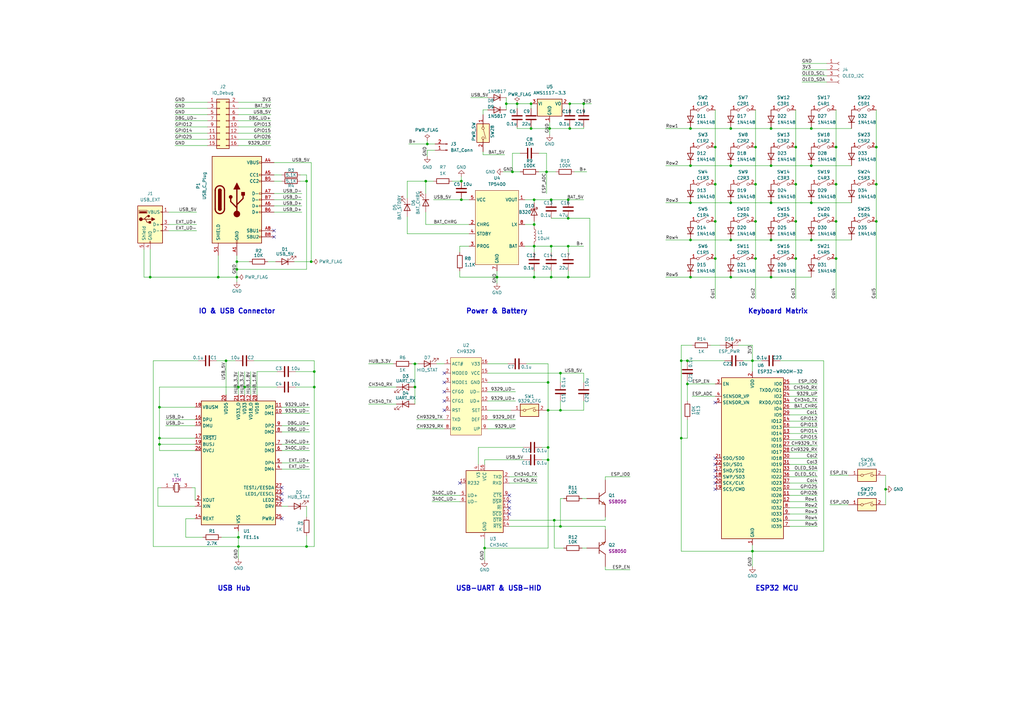
<source format=kicad_sch>
(kicad_sch (version 20211123) (generator eeschema)
  (paper "A3")
  (title_block (title "ESP32 Macro NumPad") (date "2022-04-03") (rev "Alpha 0.1") (company "Adamwuqwq"))
  (junction (at 308.61 226.06))
  (junction (at 97.79 158.75))
  (junction (at 227.33 213.36))
  (junction (at 224.79 183.515))
  (junction (at 293.37 75.565))
  (junction (at 299.72 52.705))
  (junction (at 170.18 149.225))
  (junction (at 128.905 158.75))
  (junction (at 309.88 90.805))
  (junction (at 363.22 200.66))
  (junction (at 217.805 42.545))
  (junction (at 233.68 42.545))
  (junction (at 224.79 168.275))
  (junction (at 189.23 81.915))
  (junction (at 217.805 52.705))
  (junction (at 342.9 60.325))
  (junction (at 97.79 224.155))
  (junction (at 279.4 147.955))
  (junction (at 239.395 42.545))
  (junction (at 226.06 113.665))
  (junction (at 226.06 100.965))
  (junction (at 226.06 81.915))
  (junction (at 332.74 83.185))
  (junction (at 281.94 157.48))
  (junction (at 224.155 70.485))
  (junction (at 326.39 60.325))
  (junction (at 326.39 75.565))
  (junction (at 283.21 113.665))
  (junction (at 233.68 52.705))
  (junction (at 233.045 89.535))
  (junction (at 212.09 42.545))
  (junction (at 326.39 90.805))
  (junction (at 61.595 113.665))
  (junction (at 359.41 90.805))
  (junction (at 229.87 215.9))
  (junction (at 125.73 74.295))
  (junction (at 203.835 113.665))
  (junction (at 219.075 100.965))
  (junction (at 316.23 67.945))
  (junction (at 225.425 52.705))
  (junction (at 170.18 158.75))
  (junction (at 224.79 188.595))
  (junction (at 332.74 98.425))
  (junction (at 308.61 147.955))
  (junction (at 229.87 168.275))
  (junction (at 342.9 90.805))
  (junction (at 293.37 106.045))
  (junction (at 175.26 59.055))
  (junction (at 332.74 52.705))
  (junction (at 316.23 83.185))
  (junction (at 309.88 60.325))
  (junction (at 283.21 67.945))
  (junction (at 97.155 113.665))
  (junction (at 207.645 42.545))
  (junction (at 233.045 113.665))
  (junction (at 359.41 75.565))
  (junction (at 359.41 60.325))
  (junction (at 128.905 152.4))
  (junction (at 233.045 81.915))
  (junction (at 283.21 83.185))
  (junction (at 65.405 179.705))
  (junction (at 89.535 113.665))
  (junction (at 293.37 60.325))
  (junction (at 299.72 67.945))
  (junction (at 309.88 106.045))
  (junction (at 316.23 98.425))
  (junction (at 92.71 147.955))
  (junction (at 233.045 100.965))
  (junction (at 316.23 52.705))
  (junction (at 100.33 158.75))
  (junction (at 283.21 52.705))
  (junction (at 219.075 113.665))
  (junction (at 97.79 220.345))
  (junction (at 342.9 106.045))
  (junction (at 283.21 98.425))
  (junction (at 299.72 113.665))
  (junction (at 224.79 156.845))
  (junction (at 125.73 224.155))
  (junction (at 198.755 224.79))
  (junction (at 299.72 83.185))
  (junction (at 174.625 74.295))
  (junction (at 309.88 75.565))
  (junction (at 332.74 67.945))
  (junction (at 281.94 147.955))
  (junction (at 326.39 106.045))
  (junction (at 65.405 167.005))
  (junction (at 279.4 179.705))
  (junction (at 97.155 107.315))
  (junction (at 97.155 110.49))
  (junction (at 219.075 92.075))
  (junction (at 316.23 113.665))
  (junction (at 127.635 107.315))
  (junction (at 229.87 153.035))
  (junction (at 65.405 182.245))
  (junction (at 210.185 70.485))
  (junction (at 293.37 90.805))
  (junction (at 219.075 81.915))
  (junction (at 299.72 98.425))
  (junction (at 189.23 74.295))
  (junction (at 342.9 75.565))
  (no_connect (at 115.57 205.105))
  (no_connect (at 115.57 202.565))
  (no_connect (at 112.395 94.615))
  (no_connect (at 112.395 97.155))
  (no_connect (at 208.915 205.74))
  (no_connect (at 208.915 208.28))
  (no_connect (at 208.915 210.82))
  (no_connect (at 188.595 198.12))
  (no_connect (at 208.915 203.2))
  (no_connect (at 293.37 187.96))
  (no_connect (at 293.37 193.04))
  (no_connect (at 293.37 190.5))
  (no_connect (at 293.37 195.58))
  (no_connect (at 293.37 200.66))
  (no_connect (at 293.37 198.12))
  (no_connect (at 115.57 212.725))
  (no_connect (at 115.57 200.025))
  (no_connect (at 182.245 164.465))
  (no_connect (at 182.245 168.275))
  (no_connect (at 182.245 160.655))
  (no_connect (at 182.245 156.845))
  (no_connect (at 182.245 153.035))
  (no_connect (at 293.37 165.1))
  (wire (pts (xy 359.41 90.805) (xy 359.41 122.555)))
  (wire (pts (xy 233.045 81.915) (xy 239.395 81.915)))
  (wire (pts (xy 227.33 224.79) (xy 227.33 213.36)))
  (wire (pts (xy 281.94 147.955) (xy 281.94 148.59)))
  (wire (pts (xy 167.005 81.28) (xy 167.005 74.295)))
  (wire (pts (xy 198.755 224.79) (xy 224.79 224.79)))
  (wire (pts (xy 323.85 200.66) (xy 335.28 200.66)))
  (wire (pts (xy 248.285 195.58) (xy 258.445 195.58)))
  (wire (pts (xy 151.13 149.225) (xy 161.29 149.225)))
  (wire (pts (xy 97.79 49.53) (xy 111.125 49.53)))
  (wire (pts (xy 112.395 71.755) (xy 115.57 71.755)))
  (wire (pts (xy 65.405 179.705) (xy 80.01 179.705)))
  (wire (pts (xy 80.01 182.245) (xy 65.405 182.245)))
  (wire (pts (xy 97.79 217.805) (xy 97.79 220.345)))
  (wire (pts (xy 248.285 215.9) (xy 248.285 217.17)))
  (wire (pts (xy 226.06 113.665) (xy 219.075 113.665)))
  (wire (pts (xy 175.26 59.055) (xy 178.435 59.055)))
  (wire (pts (xy 67.945 172.085) (xy 80.01 172.085)))
  (wire (pts (xy 115.57 182.245) (xy 127 182.245)))
  (wire (pts (xy 207.645 40.005) (xy 207.645 42.545)))
  (wire (pts (xy 309.88 90.805) (xy 309.88 106.045)))
  (wire (pts (xy 328.93 31.115) (xy 339.09 31.115)))
  (wire (pts (xy 224.79 168.275) (xy 229.87 168.275)))
  (wire (pts (xy 123.19 74.295) (xy 125.73 74.295)))
  (wire (pts (xy 198.755 190.5) (xy 198.755 188.595)))
  (wire (pts (xy 212.09 52.07) (xy 212.09 52.705)))
  (wire (pts (xy 323.85 175.26) (xy 335.28 175.26)))
  (wire (pts (xy 198.12 62.23) (xy 198.12 63.5)))
  (wire (pts (xy 233.68 52.705) (xy 239.395 52.705)))
  (wire (pts (xy 65.405 167.005) (xy 80.01 167.005)))
  (wire (pts (xy 71.755 54.61) (xy 85.09 54.61)))
  (wire (pts (xy 299.72 83.185) (xy 316.23 83.185)))
  (wire (pts (xy 167.64 59.055) (xy 175.26 59.055)))
  (wire (pts (xy 308.61 141.605) (xy 308.61 147.955)))
  (wire (pts (xy 127.635 66.675) (xy 127.635 107.315)))
  (wire (pts (xy 167.005 88.9) (xy 167.005 95.885)))
  (wire (pts (xy 229.87 215.9) (xy 248.285 215.9)))
  (wire (pts (xy 97.79 152.4) (xy 97.79 158.75)))
  (wire (pts (xy 78.74 200.025) (xy 80.01 200.025)))
  (wire (pts (xy 248.285 233.68) (xy 248.285 232.41)))
  (wire (pts (xy 233.045 100.965) (xy 239.395 100.965)))
  (wire (pts (xy 198.12 45.085) (xy 200.025 45.085)))
  (wire (pts (xy 293.37 60.325) (xy 293.37 75.565)))
  (wire (pts (xy 326.39 75.565) (xy 326.39 90.805)))
  (wire (pts (xy 71.755 52.07) (xy 85.09 52.07)))
  (wire (pts (xy 220.98 62.865) (xy 224.155 62.865)))
  (wire (pts (xy 363.22 200.66) (xy 363.22 207.01)))
  (wire (pts (xy 323.85 160.02) (xy 335.28 160.02)))
  (wire (pts (xy 112.395 79.375) (xy 123.825 79.375)))
  (wire (pts (xy 323.85 198.12) (xy 335.28 198.12)))
  (wire (pts (xy 64.77 207.645) (xy 80.01 207.645)))
  (wire (pts (xy 326.39 106.045) (xy 326.39 122.555)))
  (wire (pts (xy 212.09 52.705) (xy 217.805 52.705)))
  (wire (pts (xy 231.14 224.79) (xy 227.33 224.79)))
  (wire (pts (xy 279.4 147.955) (xy 279.4 179.705)))
  (wire (pts (xy 97.79 46.99) (xy 111.125 46.99)))
  (wire (pts (xy 316.23 83.185) (xy 332.74 83.185)))
  (wire (pts (xy 115.57 189.865) (xy 127 189.865)))
  (wire (pts (xy 170.815 172.085) (xy 182.245 172.085)))
  (wire (pts (xy 235.585 70.485) (xy 240.665 70.485)))
  (wire (pts (xy 121.285 152.4) (xy 128.905 152.4)))
  (wire (pts (xy 293.37 75.565) (xy 293.37 90.805)))
  (wire (pts (xy 185.42 74.295) (xy 189.23 74.295)))
  (wire (pts (xy 239.395 168.275) (xy 239.395 164.465)))
  (wire (pts (xy 323.85 170.18) (xy 335.28 170.18)))
  (wire (pts (xy 200.025 172.085) (xy 211.455 172.085)))
  (wire (pts (xy 229.87 164.465) (xy 229.87 168.275)))
  (wire (pts (xy 273.05 52.705) (xy 283.21 52.705)))
  (wire (pts (xy 219.075 100.965) (xy 219.075 103.505)))
  (wire (pts (xy 309.88 106.045) (xy 309.88 122.555)))
  (wire (pts (xy 97.79 44.45) (xy 111.125 44.45)))
  (wire (pts (xy 125.73 110.49) (xy 97.155 110.49)))
  (wire (pts (xy 281.94 156.21) (xy 281.94 157.48)))
  (wire (pts (xy 92.71 147.955) (xy 96.52 147.955)))
  (wire (pts (xy 174.625 74.295) (xy 177.8 74.295)))
  (wire (pts (xy 283.21 83.185) (xy 299.72 83.185)))
  (wire (pts (xy 316.23 52.705) (xy 332.74 52.705)))
  (wire (pts (xy 226.06 89.535) (xy 233.045 89.535)))
  (wire (pts (xy 316.23 113.665) (xy 332.74 113.665)))
  (wire (pts (xy 342.9 45.085) (xy 342.9 60.325)))
  (wire (pts (xy 196.215 183.515) (xy 214.63 183.515)))
  (wire (pts (xy 198.755 224.79) (xy 198.755 229.87)))
  (wire (pts (xy 115.57 169.545) (xy 127 169.545)))
  (wire (pts (xy 71.755 44.45) (xy 85.09 44.45)))
  (wire (pts (xy 238.76 224.79) (xy 240.665 224.79)))
  (wire (pts (xy 115.57 192.405) (xy 127 192.405)))
  (wire (pts (xy 323.85 203.2) (xy 335.28 203.2)))
  (wire (pts (xy 198.12 46.99) (xy 198.12 45.085)))
  (wire (pts (xy 121.285 158.75) (xy 128.905 158.75)))
  (wire (pts (xy 323.85 193.04) (xy 335.28 193.04)))
  (wire (pts (xy 100.33 158.75) (xy 100.33 161.925)))
  (wire (pts (xy 175.26 61.595) (xy 175.26 64.135)))
  (wire (pts (xy 167.005 74.295) (xy 174.625 74.295)))
  (wire (pts (xy 112.395 86.995) (xy 123.825 86.995)))
  (wire (pts (xy 283.21 113.665) (xy 299.72 113.665)))
  (wire (pts (xy 224.155 70.485) (xy 227.965 70.485)))
  (wire (pts (xy 323.85 180.34) (xy 335.28 180.34)))
  (wire (pts (xy 71.755 49.53) (xy 85.09 49.53)))
  (wire (pts (xy 71.755 57.15) (xy 85.09 57.15)))
  (wire (pts (xy 128.905 147.955) (xy 128.905 152.4)))
  (wire (pts (xy 112.395 74.295) (xy 115.57 74.295)))
  (wire (pts (xy 224.155 70.485) (xy 224.155 79.375)))
  (wire (pts (xy 219.075 90.805) (xy 219.075 92.075)))
  (wire (pts (xy 203.835 113.665) (xy 219.075 113.665)))
  (wire (pts (xy 97.155 104.775) (xy 97.155 107.315)))
  (wire (pts (xy 104.14 147.955) (xy 128.905 147.955)))
  (wire (pts (xy 115.57 207.645) (xy 118.11 207.645)))
  (wire (pts (xy 279.4 147.955) (xy 281.94 147.955)))
  (wire (pts (xy 62.865 224.155) (xy 97.79 224.155)))
  (wire (pts (xy 323.85 167.64) (xy 335.28 167.64)))
  (wire (pts (xy 328.93 26.035) (xy 339.09 26.035)))
  (wire (pts (xy 219.075 100.965) (xy 226.06 100.965)))
  (wire (pts (xy 71.755 46.99) (xy 85.09 46.99)))
  (wire (pts (xy 326.39 60.325) (xy 326.39 75.565)))
  (wire (pts (xy 65.405 167.005) (xy 65.405 158.75)))
  (wire (pts (xy 326.39 90.805) (xy 326.39 106.045)))
  (wire (pts (xy 115.57 167.005) (xy 127 167.005)))
  (wire (pts (xy 273.05 98.425) (xy 283.21 98.425)))
  (wire (pts (xy 80.01 184.785) (xy 65.405 184.785)))
  (wire (pts (xy 323.85 213.36) (xy 335.28 213.36)))
  (wire (pts (xy 88.9 147.955) (xy 92.71 147.955)))
  (wire (pts (xy 208.915 215.9) (xy 229.87 215.9)))
  (wire (pts (xy 213.36 62.865) (xy 210.185 62.865)))
  (wire (pts (xy 219.075 92.075) (xy 219.075 92.71)))
  (wire (pts (xy 66.04 200.025) (xy 64.77 200.025)))
  (wire (pts (xy 323.85 165.1) (xy 335.28 165.1)))
  (wire (pts (xy 174.625 74.295) (xy 174.625 79.375)))
  (wire (pts (xy 323.85 195.58) (xy 335.28 195.58)))
  (wire (pts (xy 217.805 42.545) (xy 217.805 44.45)))
  (wire (pts (xy 233.68 42.545) (xy 239.395 42.545)))
  (wire (pts (xy 62.865 147.955) (xy 62.865 224.155)))
  (wire (pts (xy 340.36 207.01) (xy 347.98 207.01)))
  (wire (pts (xy 309.88 45.085) (xy 309.88 60.325)))
  (wire (pts (xy 102.235 107.315) (xy 97.155 107.315)))
  (wire (pts (xy 309.88 60.325) (xy 309.88 75.565)))
  (wire (pts (xy 229.87 168.275) (xy 239.395 168.275)))
  (wire (pts (xy 308.61 147.955) (xy 308.61 152.4)))
  (wire (pts (xy 308.61 147.955) (xy 312.42 147.955)))
  (wire (pts (xy 222.25 183.515) (xy 224.79 183.515)))
  (wire (pts (xy 89.535 113.665) (xy 97.155 113.665)))
  (wire (pts (xy 174.625 86.995) (xy 174.625 92.075)))
  (wire (pts (xy 112.395 84.455) (xy 123.825 84.455)))
  (wire (pts (xy 215.265 81.915) (xy 219.075 81.915)))
  (wire (pts (xy 90.805 220.345) (xy 97.79 220.345)))
  (wire (pts (xy 231.14 204.47) (xy 229.87 204.47)))
  (wire (pts (xy 210.185 70.485) (xy 213.36 70.485)))
  (wire (pts (xy 225.425 52.705) (xy 233.68 52.705)))
  (wire (pts (xy 198.12 63.5) (xy 207.01 63.5)))
  (wire (pts (xy 293.37 45.085) (xy 293.37 60.325)))
  (wire (pts (xy 212.09 42.545) (xy 217.805 42.545)))
  (wire (pts (xy 299.72 113.665) (xy 316.23 113.665)))
  (wire (pts (xy 76.2 212.725) (xy 76.2 220.345)))
  (wire (pts (xy 207.645 42.545) (xy 207.645 45.085)))
  (wire (pts (xy 233.045 42.545) (xy 233.68 42.545)))
  (wire (pts (xy 62.865 147.955) (xy 81.28 147.955)))
  (wire (pts (xy 308.61 147.955) (xy 304.8 147.955)))
  (wire (pts (xy 179.07 149.225) (xy 182.245 149.225)))
  (wire (pts (xy 69.215 86.995) (xy 80.645 86.995)))
  (wire (pts (xy 283.845 141.605) (xy 279.4 141.605)))
  (wire (pts (xy 193.04 40.005) (xy 200.025 40.005)))
  (wire (pts (xy 220.98 70.485) (xy 224.155 70.485)))
  (wire (pts (xy 342.9 60.325) (xy 342.9 75.565)))
  (wire (pts (xy 200.025 156.845) (xy 224.79 156.845)))
  (wire (pts (xy 299.72 52.705) (xy 316.23 52.705)))
  (wire (pts (xy 326.39 45.085) (xy 326.39 60.325)))
  (wire (pts (xy 174.625 92.075) (xy 192.405 92.075)))
  (wire (pts (xy 299.72 98.425) (xy 316.23 98.425)))
  (wire (pts (xy 65.405 158.75) (xy 97.79 158.75)))
  (wire (pts (xy 233.68 52.07) (xy 233.68 52.705)))
  (wire (pts (xy 248.285 212.09) (xy 248.285 213.36)))
  (wire (pts (xy 217.805 52.705) (xy 225.425 52.705)))
  (wire (pts (xy 115.57 177.165) (xy 127 177.165)))
  (wire (pts (xy 210.185 62.865) (xy 210.185 70.485)))
  (wire (pts (xy 233.045 113.665) (xy 233.045 111.125)))
  (wire (pts (xy 273.05 113.665) (xy 283.21 113.665)))
  (wire (pts (xy 279.4 226.06) (xy 308.61 226.06)))
  (wire (pts (xy 61.595 113.665) (xy 89.535 113.665)))
  (wire (pts (xy 309.88 75.565) (xy 309.88 90.805)))
  (wire (pts (xy 97.79 57.15) (xy 111.125 57.15)))
  (wire (pts (xy 293.37 106.045) (xy 293.37 122.555)))
  (wire (pts (xy 112.395 81.915) (xy 123.825 81.915)))
  (wire (pts (xy 219.075 81.915) (xy 219.075 83.185)))
  (wire (pts (xy 332.74 98.425) (xy 349.25 98.425)))
  (wire (pts (xy 279.4 141.605) (xy 279.4 147.955)))
  (wire (pts (xy 162.56 158.75) (xy 151.13 158.75)))
  (wire (pts (xy 323.85 187.96) (xy 335.28 187.96)))
  (wire (pts (xy 323.85 210.82) (xy 335.28 210.82)))
  (wire (pts (xy 332.74 67.945) (xy 349.25 67.945)))
  (wire (pts (xy 316.23 67.945) (xy 332.74 67.945)))
  (wire (pts (xy 177.165 205.74) (xy 188.595 205.74)))
  (wire (pts (xy 208.915 213.36) (xy 227.33 213.36)))
  (wire (pts (xy 308.61 226.06) (xy 308.61 232.41)))
  (wire (pts (xy 97.79 224.155) (xy 97.79 229.235)))
  (wire (pts (xy 128.905 158.75) (xy 128.905 224.155)))
  (wire (pts (xy 316.23 98.425) (xy 332.74 98.425)))
  (wire (pts (xy 207.645 42.545) (xy 212.09 42.545)))
  (wire (pts (xy 208.915 195.58) (xy 220.345 195.58)))
  (wire (pts (xy 323.85 208.28) (xy 335.28 208.28)))
  (wire (pts (xy 239.395 42.545) (xy 242.57 42.545)))
  (wire (pts (xy 65.405 182.245) (xy 65.405 179.705)))
  (wire (pts (xy 198.755 220.98) (xy 198.755 224.79)))
  (wire (pts (xy 64.77 200.025) (xy 64.77 207.645)))
  (wire (pts (xy 281.94 147.955) (xy 297.18 147.955)))
  (wire (pts (xy 226.06 103.505) (xy 226.06 100.965)))
  (wire (pts (xy 323.85 215.9) (xy 335.28 215.9)))
  (wire (pts (xy 97.79 41.91) (xy 111.125 41.91)))
  (wire (pts (xy 189.23 81.915) (xy 192.405 81.915)))
  (wire (pts (xy 168.91 149.225) (xy 170.18 149.225)))
  (wire (pts (xy 226.06 113.665) (xy 233.045 113.665)))
  (wire (pts (xy 273.05 67.945) (xy 283.21 67.945)))
  (wire (pts (xy 188.595 111.125) (xy 188.595 113.665)))
  (wire (pts (xy 102.87 152.4) (xy 102.87 161.925)))
  (wire (pts (xy 59.055 102.235) (xy 59.055 113.665)))
  (wire (pts (xy 320.04 147.955) (xy 337.82 147.955)))
  (wire (pts (xy 80.01 212.725) (xy 76.2 212.725)))
  (wire (pts (xy 359.41 45.085) (xy 359.41 60.325)))
  (wire (pts (xy 71.755 59.69) (xy 85.09 59.69)))
  (wire (pts (xy 219.075 100.33) (xy 219.075 100.965)))
  (wire (pts (xy 224.79 168.275) (xy 224.79 183.515)))
  (wire (pts (xy 162.56 165.735) (xy 151.13 165.735)))
  (wire (pts (xy 279.4 179.705) (xy 281.94 179.705)))
  (wire (pts (xy 120.65 107.315) (xy 127.635 107.315)))
  (wire (pts (xy 115.57 174.625) (xy 127 174.625)))
  (wire (pts (xy 69.215 94.615) (xy 80.645 94.615)))
  (wire (pts (xy 170.18 149.225) (xy 171.45 149.225)))
  (wire (pts (xy 97.79 54.61) (xy 111.125 54.61)))
  (wire (pts (xy 97.155 107.315) (xy 97.155 110.49)))
  (wire (pts (xy 299.72 67.945) (xy 316.23 67.945)))
  (wire (pts (xy 323.85 172.72) (xy 335.28 172.72)))
  (wire (pts (xy 281.94 172.085) (xy 281.94 179.705)))
  (wire (pts (xy 342.9 106.045) (xy 342.9 122.555)))
  (wire (pts (xy 170.815 175.895) (xy 182.245 175.895)))
  (wire (pts (xy 215.265 100.965) (xy 219.075 100.965)))
  (wire (pts (xy 283.845 162.56) (xy 293.37 162.56)))
  (wire (pts (xy 113.03 107.315) (xy 109.855 107.315)))
  (wire (pts (xy 215.265 92.075) (xy 219.075 92.075)))
  (wire (pts (xy 229.87 153.035) (xy 229.87 156.845)))
  (wire (pts (xy 97.155 115.57) (xy 97.155 113.665)))
  (wire (pts (xy 226.06 81.915) (xy 233.045 81.915)))
  (wire (pts (xy 61.595 102.235) (xy 61.595 113.665)))
  (wire (pts (xy 248.285 233.68) (xy 258.445 233.68)))
  (wire (pts (xy 188.595 113.665) (xy 203.835 113.665)))
  (wire (pts (xy 283.21 52.705) (xy 299.72 52.705)))
  (wire (pts (xy 200.025 153.035) (xy 229.87 153.035)))
  (wire (pts (xy 97.155 110.49) (xy 97.155 113.665)))
  (wire (pts (xy 112.395 66.675) (xy 127.635 66.675)))
  (wire (pts (xy 241.935 89.535) (xy 241.935 113.665)))
  (wire (pts (xy 302.895 141.605) (xy 308.61 141.605)))
  (wire (pts (xy 71.755 41.91) (xy 85.09 41.91)))
  (wire (pts (xy 332.74 52.705) (xy 349.25 52.705)))
  (wire (pts (xy 97.79 224.155) (xy 125.73 224.155)))
  (wire (pts (xy 224.79 188.595) (xy 224.79 224.79)))
  (wire (pts (xy 177.8 81.915) (xy 189.23 81.915)))
  (wire (pts (xy 226.06 100.965) (xy 233.045 100.965)))
  (wire (pts (xy 291.465 141.605) (xy 295.275 141.605)))
  (wire (pts (xy 200.025 164.465) (xy 211.455 164.465)))
  (wire (pts (xy 224.155 62.865) (xy 224.155 70.485)))
  (wire (pts (xy 233.045 100.965) (xy 233.045 103.505)))
  (wire (pts (xy 342.9 90.805) (xy 342.9 106.045)))
  (wire (pts (xy 323.85 190.5) (xy 335.28 190.5)))
  (wire (pts (xy 283.21 67.945) (xy 299.72 67.945)))
  (wire (pts (xy 226.06 111.125) (xy 226.06 113.665)))
  (wire (pts (xy 59.055 113.665) (xy 61.595 113.665)))
  (wire (pts (xy 219.075 81.915) (xy 226.06 81.915)))
  (wire (pts (xy 125.73 74.295) (xy 125.73 110.49)))
  (wire (pts (xy 123.19 71.755) (xy 125.73 71.755)))
  (wire (pts (xy 76.2 220.345) (xy 83.185 220.345)))
  (wire (pts (xy 279.4 179.705) (xy 279.4 226.06)))
  (wire (pts (xy 227.33 213.36) (xy 248.285 213.36)))
  (wire (pts (xy 229.87 153.035) (xy 239.395 153.035)))
  (wire (pts (xy 217.805 52.07) (xy 217.805 52.705)))
  (wire (pts (xy 203.835 113.665) (xy 203.835 116.205)))
  (wire (pts (xy 69.215 92.075) (xy 80.645 92.075)))
  (wire (pts (xy 332.74 83.185) (xy 349.25 83.185)))
  (wire (pts (xy 188.595 103.505) (xy 188.595 100.965)))
  (wire (pts (xy 188.595 100.965) (xy 192.405 100.965)))
  (wire (pts (xy 233.68 42.545) (xy 233.68 44.45)))
  (wire (pts (xy 219.075 111.125) (xy 219.075 113.665)))
  (wire (pts (xy 97.79 220.345) (xy 97.79 224.155)))
  (wire (pts (xy 175.26 57.785) (xy 175.26 59.055)))
  (wire (pts (xy 281.94 157.48) (xy 281.94 164.465)))
  (wire (pts (xy 65.405 179.705) (xy 65.405 167.005)))
  (wire (pts (xy 67.945 174.625) (xy 80.01 174.625)))
  (wire (pts (xy 323.85 157.48) (xy 335.28 157.48)))
  (wire (pts (xy 328.93 33.655) (xy 339.09 33.655)))
  (wire (pts (xy 175.26 61.595) (xy 178.435 61.595)))
  (wire (pts (xy 224.79 149.225) (xy 224.79 156.845)))
  (wire (pts (xy 177.165 203.2) (xy 188.595 203.2)))
  (wire (pts (xy 340.36 194.945) (xy 347.98 194.945)))
  (wire (pts (xy 308.61 223.52) (xy 308.61 226.06)))
  (wire (pts (xy 115.57 184.785) (xy 127 184.785)))
  (wire (pts (xy 239.395 42.545) (xy 239.395 44.45)))
  (wire (pts (xy 229.87 204.47) (xy 229.87 215.9)))
  (wire (pts (xy 97.79 59.69) (xy 111.125 59.69)))
  (wire (pts (xy 323.85 162.56) (xy 335.28 162.56)))
  (wire (pts (xy 170.18 149.225) (xy 170.18 158.75)))
  (wire (pts (xy 233.045 89.535) (xy 241.935 89.535)))
  (wire (pts (xy 80.01 200.025) (xy 80.01 205.105)))
  (wire (pts (xy 241.935 113.665) (xy 233.045 113.665)))
  (wire (pts (xy 100.33 158.75) (xy 113.665 158.75)))
  (wire (pts (xy 281.94 157.48) (xy 293.37 157.48)))
  (wire (pts (xy 225.425 50.165) (xy 225.425 52.705)))
  (wire (pts (xy 105.41 152.4) (xy 105.41 161.925)))
  (wire (pts (xy 100.33 152.4) (xy 100.33 158.75)))
  (wire (pts (xy 293.37 90.805) (xy 293.37 106.045)))
  (wire (pts (xy 238.76 204.47) (xy 240.665 204.47)))
  (wire (pts (xy 363.22 194.945) (xy 363.22 200.66)))
  (wire (pts (xy 212.09 42.545) (xy 212.09 44.45)))
  (wire (pts (xy 323.85 205.74) (xy 335.28 205.74)))
  (wire (pts (xy 328.93 28.575) (xy 339.09 28.575)))
  (wire (pts (xy 222.25 188.595) (xy 224.79 188.595)))
  (wire (pts (xy 248.285 195.58) (xy 248.285 196.85)))
  (wire (pts (xy 337.82 226.06) (xy 308.61 226.06)))
  (wire (pts (xy 359.41 75.565) (xy 359.41 90.805)))
  (wire (pts (xy 273.05 83.185) (xy 283.21 83.185)))
  (wire (pts (xy 97.79 52.07) (xy 111.125 52.07)))
  (wire (pts (xy 323.85 182.88) (xy 335.28 182.88)))
  (wire (pts (xy 125.73 207.645) (xy 125.73 212.09)))
  (wire (pts (xy 192.405 95.885) (xy 167.005 95.885)))
  (wire (pts (xy 200.025 160.655) (xy 211.455 160.655)))
  (wire (pts (xy 239.395 52.705) (xy 239.395 52.07)))
  (wire (pts (xy 283.21 98.425) (xy 299.72 98.425)))
  (wire (pts (xy 200.025 149.225) (xy 208.28 149.225)))
  (wire (pts (xy 323.85 185.42) (xy 335.28 185.42)))
  (wire (pts (xy 189.23 72.39) (xy 189.23 74.295)))
  (wire (pts (xy 239.395 153.035) (xy 239.395 156.845)))
  (wire (pts (xy 65.405 184.785) (xy 65.405 182.245)))
  (wire (pts (xy 97.79 158.75) (xy 97.79 161.925)))
  (wire (pts (xy 342.9 75.565) (xy 342.9 90.805)))
  (wire (pts (xy 208.915 198.12) (xy 220.345 198.12)))
  (wire (pts (xy 323.85 177.8) (xy 335.28 177.8)))
  (wire (pts (xy 200.025 175.895) (xy 211.455 175.895)))
  (wire (pts (xy 359.41 60.325) (xy 359.41 75.565)))
  (wire (pts (xy 105.41 152.4) (xy 113.665 152.4)))
  (wire (pts (xy 89.535 113.665) (xy 89.535 104.775)))
  (wire (pts (xy 225.425 52.705) (xy 225.425 55.245)))
  (wire (pts (xy 198.755 188.595) (xy 214.63 188.595)))
  (wire (pts (xy 125.73 224.155) (xy 128.905 224.155)))
  (wire (pts (xy 125.73 219.71) (xy 125.73 224.155)))
  (wire (pts (xy 200.025 168.275) (xy 209.55 168.275)))
  (wire (pts (xy 196.215 190.5) (xy 196.215 183.515)))
  (wire (pts (xy 128.905 152.4) (xy 128.905 158.75)))
  (wire (pts (xy 203.835 111.125) (xy 203.835 113.665)))
  (wire (pts (xy 224.79 183.515) (xy 224.79 188.595)))
  (wire (pts (xy 215.9 149.225) (xy 224.79 149.225)))
  (wire (pts (xy 224.79 156.845) (xy 224.79 168.275)))
  (wire (pts (xy 125.73 71.755) (xy 125.73 74.295)))
  (wire (pts (xy 206.375 70.485) (xy 210.185 70.485)))
  (wire (pts (xy 337.82 147.955) (xy 337.82 226.06)))
  (wire (pts (xy 92.71 147.955) (xy 92.71 161.925)))
  (wire (pts (xy 170.18 158.75) (xy 170.18 165.735)))
  (text "USB Hub" (at 102.87 242.57 180) (effects (font (size 2 2) bold) (justify right bottom)))
  (text "Keyboard Matrix" (at 331.47 128.905 180) (effects (font (size 2 2) bold) (justify right bottom)))
  (text "USB-UART & USB-HID" (at 222.25 242.57 180) (effects (font (size 2 2) bold) (justify right bottom)))
  (text "Power & Battery\n" (at 216.535 128.905 180) (effects (font (size 2 2) bold) (justify right bottom)))
  (text "IO & USB Connector" (at 113.03 128.905 180) (effects (font (size 2 2) bold) (justify right bottom)))
  (text "ESP32 MCU" (at 327.66 242.57 180) (effects (font (size 2 2) bold) (justify right bottom)))
  (label "Row5" (at 335.28 215.9 180))
  (label "OLED_SCL" (at 328.93 31.115 0))
  (label "CH340_RX" (at 151.13 158.75 0))
  (label "DBG_UD-" (at 127 177.165 180))
  (label "GPIO12" (at 335.28 172.72 180))
  (label "9329_UP" (at 335.28 162.56 180))
  (label "GPIO25" (at 71.755 57.15 0))
  (label "9329_UD+" (at 127 167.005 180))
  (label "GPIO14" (at 335.28 177.8 180))
  (label "GND" (at 71.755 46.99 0))
  (label "ESP_IO0" (at 340.36 207.01 0))
  (label "GPIO14" (at 71.755 54.61 0))
  (label "CH9329_TX" (at 170.815 172.085 0))
  (label "DBG_UD-" (at 71.755 49.53 0))
  (label "ESP_IO0" (at 258.445 195.58 180))
  (label "BAT_5V" (at 239.395 81.915 180))
  (label "DBG_UD+" (at 127 174.625 180))
  (label "9329_UD-" (at 127 169.545 180))
  (label "CH340_TX" (at 220.345 195.58 180))
  (label "EXT_UD+" (at 127 189.865 180))
  (label "GND" (at 206.375 70.485 0))
  (label "USB_D-" (at 67.945 174.625 0))
  (label "USB_5V" (at 92.71 148.59 270))
  (label "GND" (at 97.79 229.235 90))
  (label "ESP_IO0" (at 335.28 157.48 180))
  (label "GND" (at 97.155 112.395 90))
  (label "GPIO25" (at 335.28 200.66 180))
  (label "Row4" (at 273.05 98.425 0))
  (label "HUB_1.8V" (at 105.41 152.4 270))
  (label "GND" (at 328.93 26.035 0))
  (label "Col1" (at 335.28 170.18 180))
  (label "GND" (at 198.755 229.87 90))
  (label "340C_UD+" (at 127 182.245 180))
  (label "Col5" (at 359.41 122.555 90))
  (label "USB_5V" (at 80.645 86.995 180))
  (label "USB_5V" (at 127 66.675 180))
  (label "EXT_UD-" (at 80.645 94.615 180))
  (label "USB_5V" (at 177.8 81.915 0))
  (label "GND" (at 308.61 232.41 90))
  (label "BAT_5V" (at 111.125 44.45 180))
  (label "Col3" (at 326.39 122.555 90))
  (label "9329_DEF" (at 111.125 59.69 180))
  (label "CH9329_RX" (at 170.815 175.895 0))
  (label "Col4" (at 342.9 122.555 90))
  (label "CH340_RX" (at 335.28 160.02 180))
  (label "ESP_EN" (at 283.845 157.48 0))
  (label "GPIO15" (at 335.28 180.34 180))
  (label "HUB_1.8V" (at 102.87 152.4 270))
  (label "Col3" (at 335.28 190.5 180))
  (label "B+" (at 240.665 70.485 180))
  (label "ESP_ADC" (at 224.155 79.375 90))
  (label "BAT_5V" (at 207.01 63.5 180))
  (label "Col1" (at 293.37 122.555 90))
  (label "EXT_UD-" (at 127 192.405 180))
  (label "Row2" (at 273.05 67.945 0))
  (label "GPIO26" (at 111.125 57.15 180))
  (label "9329_UP" (at 211.455 175.895 180))
  (label "USB_5V" (at 238.76 153.035 180))
  (label "Row1" (at 273.05 52.705 0))
  (label "9329_DEF" (at 211.455 172.085 180))
  (label "CH9329_RX" (at 335.28 185.42 180))
  (label "9329_UD-" (at 211.455 160.655 180))
  (label "OLED_SCL" (at 335.28 195.58 180))
  (label "BAT_CHRG" (at 335.28 167.64 180))
  (label "9329_UD+" (at 211.455 164.465 180))
  (label "340C_UD-" (at 127 184.785 180))
  (label "3V3" (at 111.125 41.91 180))
  (label "USB_5V" (at 193.04 40.005 0))
  (label "Col2" (at 335.28 187.96 180))
  (label "CH9329_TX" (at 335.28 182.88 180))
  (label "HUB_3.3V" (at 151.13 149.225 0))
  (label "OLED_SDA" (at 335.28 193.04 180))
  (label "GPIO26" (at 335.28 203.2 180))
  (label "CH340_RX" (at 220.345 198.12 180))
  (label "DBG_UD+" (at 111.125 49.53 180))
  (label "Row2" (at 335.28 208.28 180))
  (label "USB_D-" (at 123.825 79.375 180))
  (label "USB_D+" (at 67.945 172.085 0))
  (label "Col4" (at 335.28 198.12 180))
  (label "GND" (at 225.425 54.61 90))
  (label "GND" (at 71.755 59.69 0))
  (label "ESP_EN" (at 340.36 194.945 0))
  (label "B+" (at 167.64 59.055 0))
  (label "Row4" (at 335.28 213.36 180))
  (label "Col2" (at 309.88 122.555 90))
  (label "3V3" (at 328.93 28.575 0))
  (label "HUB_3.3V" (at 97.79 152.4 270))
  (label "USB_D+" (at 123.825 84.455 180))
  (label "B+" (at 239.395 100.965 180))
  (label "GND" (at 203.835 116.205 90))
  (label "USB_5V" (at 111.125 46.99 180))
  (label "Row3" (at 273.05 83.185 0))
  (label "340C_UD+" (at 177.165 203.2 0))
  (label "GPIO15" (at 111.125 54.61 180))
  (label "GND" (at 71.755 41.91 0))
  (label "BAT_CHRG" (at 177.8 92.075 0))
  (label "GPIO13" (at 335.28 175.26 180))
  (label "3V3" (at 308.61 141.605 270))
  (label "ESP_ADC" (at 283.845 162.56 0))
  (label "USB_D-" (at 123.825 81.915 180))
  (label "GPIO12" (at 71.755 52.07 0))
  (label "3V3" (at 242.57 42.545 180))
  (label "Row5" (at 273.05 113.665 0))
  (label "EXT_UD+" (at 80.645 92.075 180))
  (label "Row1" (at 335.28 205.74 180))
  (label "USB_D+" (at 123.825 86.995 180))
  (label "OLED_SDA" (at 328.93 33.655 0))
  (label "340C_UD-" (at 177.165 205.74 0))
  (label "GND" (at 175.26 64.135 90))
  (label "Row3" (at 335.28 210.82 180))
  (label "ESP_EN" (at 258.445 233.68 180))
  (label "HUB_3.3V" (at 100.33 152.4 270))
  (label "CH340_TX" (at 151.13 165.735 0))
  (label "CH340_TX" (at 335.28 165.1 180))
  (label "GND" (at 71.755 44.45 0))
  (label "USB_5V" (at 214.63 188.595 180))
  (label "GPIO13" (at 111.125 52.07 180))
  (symbol (lib_id "power:PWR_FLAG") (at 127.635 107.315 270) (unit 1)
    (property "Reference" "#FLG02" (effects hide))
    (property "Value" "PWR_FLAG" (at 130.81 107.3149 90) (effects (justify left)))
  )
  (symbol (lib_id "Device:D") (at 349.25 79.375 90) (unit 1)
    (property "Reference" "D34" (at 351.79 78.1049 90) (effects (justify right)))
    (property "Value" "1N4148" (at 351.79 80.6449 90) (effects (justify right)))
    (property "Footprint" "Diode_SMD:D_SOD-123" (effects hide))
  )
  (symbol (lib_id "Device:D") (at 283.21 48.895 90) (unit 1)
    (property "Reference" "D11" (at 285.75 47.6249 90) (effects (justify right)))
    (property "Value" "1N4148" (at 285.75 50.1649 90) (effects (justify right)))
    (property "Footprint" "Diode_SMD:D_SOD-123" (effects hide))
  )
  (symbol (lib_id "Device:R") (at 119.38 71.755 90) (unit 1)
    (property "Reference" "R3" (at 119.38 69.85 90))
    (property "Value" "5.1K" (at 119.38 71.755 90))
    (property "Footprint" "Resistor_SMD:R_0805_2012Metric" (effects hide))
  )
  (symbol (lib_id "Switch:SW_SPST") (at 321.31 60.325 0) (unit 1)
    (property "Reference" "SW13" (at 321.31 55.245 0))
    (property "Value" "C3R2" (at 321.31 57.785 0))
    (property "Footprint" "Button_Switch_Keyboard:SW_Cherry_MX_1.00u_PCB" (effects hide))
  )
  (symbol (lib_id "Device:D") (at 283.21 94.615 90) (unit 1)
    (property "Reference" "D14" (at 285.75 93.3449 90) (effects (justify right)))
    (property "Value" "1N4148" (at 285.75 95.8849 90) (effects (justify right)))
    (property "Footprint" "Diode_SMD:D_SOD-123" (effects hide))
  )
  (symbol (lib_id "Connector:Conn_01x02_Male") (at 183.515 61.595 180) (unit 1)
    (property "Reference" "J3" (at 184.785 59.0549 0) (effects (justify right)))
    (property "Value" "BAT_Conn" (at 184.785 61.5949 0) (effects (justify right)))
    (property "Footprint" "Connector_PinHeader_2.00mm:PinHeader_2x01_P2.00mm_Vertical_SMD" (effects hide))
  )
  (symbol (lib_id "Device:C") (at 226.06 85.725 0) (unit 1)
    (property "Reference" "C13" (at 222.885 83.185 0) (effects (justify left)))
    (property "Value" "0.1u" (at 221.615 88.265 0) (effects (justify left)))
    (property "Footprint" "Capacitor_SMD:C_0805_2012Metric" (effects hide))
  )
  (symbol (lib_id "Device:D") (at 316.23 109.855 90) (unit 1)
    (property "Reference" "D26" (at 318.77 108.5849 90) (effects (justify right)))
    (property "Value" "1N4148" (at 318.77 111.1249 90) (effects (justify right)))
    (property "Footprint" "Diode_SMD:D_SOD-123" (effects hide))
  )
  (symbol (lib_id "Device:R") (at 86.995 220.345 90) (unit 1)
    (property "Reference" "R1" (at 86.995 217.805 90))
    (property "Value" "2.7K" (at 86.995 222.885 90))
    (property "Footprint" "Resistor_SMD:R_0805_2012Metric" (effects hide))
  )
  (symbol (lib_id "Device:D") (at 349.25 94.615 90) (unit 1)
    (property "Reference" "D35" (at 351.79 93.345 90) (effects (justify right)))
    (property "Value" "1N4148" (at 351.79 95.885 90) (effects (justify right)))
    (property "Footprint" "Diode_SMD:D_SOD-123" (effects hide))
  )
  (symbol (lib_id "Device:C") (at 100.33 147.955 270) (unit 1)
    (property "Reference" "C2" (at 102.87 146.685 90))
    (property "Value" "10u" (at 96.52 146.685 90))
    (property "Footprint" "Capacitor_SMD:C_0805_2012Metric" (effects hide))
  )
  (symbol (lib_id "Device:LED") (at 166.37 165.735 0) (unit 1)
    (property "Reference" "D4" (at 166.37 161.29 0))
    (property "Value" "UART_RX" (at 166.37 163.195 0))
    (property "Footprint" "LED_SMD:LED_0805_2012Metric" (effects hide))
  )
  (symbol (lib_id "Switch:SW_SPST") (at 337.82 45.085 0) (unit 1)
    (property "Reference" "SW17" (at 337.82 40.005 0))
    (property "Value" "C4R1" (at 337.82 42.545 0))
    (property "Footprint" "Button_Switch_Keyboard:SW_Cherry_MX_1.00u_PCB" (effects hide))
  )
  (symbol (lib_id "power:GND") (at 198.755 229.87 0) (unit 1)
    (property "Reference" "#PWR05" (effects hide))
    (property "Value" "GND" (at 198.755 233.68 0))
  )
  (symbol (lib_id "Device:D") (at 299.72 64.135 90) (unit 1)
    (property "Reference" "D18" (at 302.26 62.8649 90) (effects (justify right)))
    (property "Value" "1N4148" (at 302.26 65.4049 90) (effects (justify right)))
    (property "Footprint" "Diode_SMD:D_SOD-123" (effects hide))
  )
  (symbol (lib_id "Connector:Conn_01x04_Female") (at 344.17 28.575 0) (unit 1)
    (property "Reference" "J4" (at 345.44 28.5749 0) (effects (justify left)))
    (property "Value" "OLED_I2C" (at 345.44 31.1149 0) (effects (justify left)))
    (property "Footprint" "Connector_PinSocket_2.54mm:PinSocket_1x04_P2.54mm_Vertical" (effects hide))
  )
  (symbol (lib_id "Device:R") (at 181.61 74.295 90) (unit 1)
    (property "Reference" "R7" (at 181.61 68.58 90))
    (property "Value" "1K" (at 181.61 71.12 90))
    (property "Footprint" "Resistor_SMD:R_0805_2012Metric" (effects hide))
  )
  (symbol (lib_id "Device:R") (at 234.95 224.79 90) (unit 1)
    (property "Reference" "R12" (at 234.95 220.345 90))
    (property "Value" "10K" (at 234.95 222.25 90))
    (property "Footprint" "Resistor_SMD:R_0805_2012Metric" (effects hide))
  )
  (symbol (lib_id "Device:R") (at 281.94 168.275 0) (unit 1)
    (property "Reference" "R13" (at 286.385 168.275 90))
    (property "Value" "10K" (at 284.48 168.275 90))
    (property "Footprint" "Resistor_SMD:R_0805_2012Metric" (effects hide))
  )
  (symbol (lib_id "Device:LED") (at 121.92 207.645 180) (unit 1)
    (property "Reference" "D2" (at 122.555 201.93 0))
    (property "Value" "HUB_STAT" (at 122.555 203.835 0))
    (property "Footprint" "LED_SMD:LED_0805_2012Metric" (effects hide))
  )
  (symbol (lib_id "power:GND") (at 97.79 229.235 0) (unit 1)
    (property "Reference" "#PWR02" (effects hide))
    (property "Value" "GND" (at 97.79 233.045 0))
  )
  (symbol (lib_id "Connector:USB_A") (at 61.595 92.075 0) (unit 1)
    (property "Reference" "J1" (at 61.595 79.375 0))
    (property "Value" "USB_EXT" (at 61.595 81.915 0))
    (property "Footprint" "Connector_USB:USB_A_Stewart_SS-52100-001_Horizontal" (effects hide))
    (property "Datasheet" " ~" (effects hide))
  )
  (symbol (lib_id "Device:C") (at 239.395 160.655 180) (unit 1)
    (property "Reference" "C20" (at 240.665 163.195 90))
    (property "Value" "10u" (at 240.665 156.845 90))
    (property "Footprint" "Capacitor_SMD:C_0805_2012Metric" (effects hide))
  )
  (symbol (lib_id "Device:D") (at 299.72 48.895 90) (unit 1)
    (property "Reference" "D17" (at 302.26 47.6249 90) (effects (justify right)))
    (property "Value" "1N4148" (at 302.26 50.1649 90) (effects (justify right)))
    (property "Footprint" "Diode_SMD:D_SOD-123" (effects hide))
  )
  (symbol (lib_id "power:GND") (at 175.26 64.135 0) (unit 1)
    (property "Reference" "#PWR03" (effects hide))
    (property "Value" "GND" (at 175.26 68.58 0))
  )
  (symbol (lib_id "Switch:SW_SPST") (at 321.31 45.085 0) (unit 1)
    (property "Reference" "SW12" (at 321.31 40.005 0))
    (property "Value" "C3R1" (at 321.31 42.545 0))
    (property "Footprint" "Button_Switch_Keyboard:SW_Cherry_MX_1.00u_PCB" (effects hide))
  )
  (symbol (lib_id "Switch:SW_SPST") (at 288.29 45.085 0) (unit 1)
    (property "Reference" "SW2" (at 288.29 40.005 0))
    (property "Value" "C1R1" (at 288.29 42.545 0))
    (property "Footprint" "Button_Switch_Keyboard:SW_Cherry_MX_1.00u_PCB" (effects hide))
  )
  (symbol (lib_id "Switch:SW_SPST") (at 288.29 90.805 0) (unit 1)
    (property "Reference" "SW5" (at 288.29 85.725 0))
    (property "Value" "C1R4" (at 288.29 88.265 0))
    (property "Footprint" "Button_Switch_Keyboard:SW_Cherry_MX_1.00u_PCB" (effects hide))
  )
  (symbol (lib_id "Device:LED") (at 175.26 149.225 180) (unit 1)
    (property "Reference" "D7" (at 175.26 146.685 0))
    (property "Value" "HID_STAT" (at 175.26 151.765 0))
    (property "Footprint" "LED_SMD:LED_0805_2012Metric" (effects hide))
  )
  (symbol (lib_id "Switch:SW_DIP_x01") (at 355.6 194.945 0) (unit 1)
    (property "Reference" "SW26" (at 355.6 188.595 0))
    (property "Value" "ESP_EN" (at 355.6 190.5 0))
    (property "Footprint" "Button_Switch_SMD:SW_SPST_CK_RS282G05A3" (effects hide))
  )
  (symbol (lib_id "Device:R") (at 125.73 215.9 180) (unit 1)
    (property "Reference" "R5" (at 121.92 214.63 0) (effects (justify right)))
    (property "Value" "1K" (at 121.285 217.17 0) (effects (justify right)))
    (property "Footprint" "Resistor_SMD:R_0805_2012Metric" (effects hide))
  )
  (symbol (lib_id "Device:LED") (at 174.625 83.185 270) (unit 1)
    (property "Reference" "D6" (at 169.545 83.185 0))
    (property "Value" "BAT_CHRG" (at 171.45 83.185 0))
    (property "Footprint" "LED_SMD:LED_0805_2012Metric" (effects hide))
  )
  (symbol (lib_id "Device:D") (at 299.72 79.375 90) (unit 1)
    (property "Reference" "D19" (at 302.26 78.1049 90) (effects (justify right)))
    (property "Value" "1N4148" (at 302.26 80.6449 90) (effects (justify right)))
    (property "Footprint" "Diode_SMD:D_SOD-123" (effects hide))
  )
  (symbol (lib_id "Switch:SW_SPST") (at 304.8 60.325 0) (unit 1)
    (property "Reference" "SW8" (at 304.8 55.245 0))
    (property "Value" "C2R2" (at 304.8 57.785 0))
    (property "Footprint" "Button_Switch_Keyboard:SW_Cherry_MX_1.00u_PCB" (effects hide))
  )
  (symbol (lib_id "Device:C") (at 233.68 48.26 0) (unit 1)
    (property "Reference" "C18" (at 230.505 45.72 0) (effects (justify left)))
    (property "Value" "0.1u" (at 229.235 50.8 0) (effects (justify left)))
    (property "Footprint" "Capacitor_SMD:C_0805_2012Metric" (effects hide))
  )
  (symbol (lib_id "Switch:SW_SPST") (at 321.31 75.565 0) (unit 1)
    (property "Reference" "SW14" (at 321.31 70.485 0))
    (property "Value" "C3R3" (at 321.31 73.025 0))
    (property "Footprint" "Button_Switch_Keyboard:SW_Cherry_MX_1.00u_PCB" (effects hide))
  )
  (symbol (lib_id "Switch:SW_SPST") (at 304.8 90.805 0) (unit 1)
    (property "Reference" "SW10" (at 304.8 85.725 0))
    (property "Value" "C2R4" (at 304.8 88.265 0))
    (property "Footprint" "Button_Switch_Keyboard:SW_Cherry_MX_1.00u_PCB" (effects hide))
  )
  (symbol (lib_id "Device:D") (at 332.74 94.615 90) (unit 1)
    (property "Reference" "D30" (at 335.28 93.3449 90) (effects (justify right)))
    (property "Value" "1N4148" (at 335.28 95.8849 90) (effects (justify right)))
    (property "Footprint" "Diode_SMD:D_SOD-123" (effects hide))
  )
  (symbol (lib_id "Switch:SW_DIP_x01") (at 198.12 54.61 270) (unit 1)
    (property "Reference" "SW28" (at 201.93 53.975 0))
    (property "Value" "PWR_SW" (at 194.31 53.975 0))
    (property "Footprint" "Button_Switch_SMD:SW_SPDT_PCM12" (effects hide))
  )
  (symbol (lib_id "Interface_USB:CH9329") (at 191.135 161.925 0) (unit 1)
    (property "Reference" "U2" (at 191.135 141.605 0))
    (property "Value" "CH9329" (at 191.135 144.145 0))
    (property "Footprint" "Package_SO:SOP-16_3.9x9.9mm_P1.27mm" (effects hide))
  )
  (symbol (lib_id "Device:D") (at 349.25 64.135 90) (unit 1)
    (property "Reference" "D33" (at 351.79 62.8649 90) (effects (justify right)))
    (property "Value" "1N4148" (at 351.79 65.4049 90) (effects (justify right)))
    (property "Footprint" "Diode_SMD:D_SOD-123" (effects hide))
  )
  (symbol (lib_id "Switch:SW_SPST") (at 354.33 60.325 0) (unit 1)
    (property "Reference" "SW23" (at 354.33 55.245 0))
    (property "Value" "C5R2" (at 354.33 57.785 0))
    (property "Footprint" "Button_Switch_Keyboard:SW_Cherry_MX_1.00u_PCB" (effects hide))
  )
  (symbol (lib_id "lc_CrystalOscillator:SMD-3225_4P__12MHZ_20PF_10PPM") (at 73.66 200.025 0) (unit 1)
    (property "Reference" "Y1" (at 72.39 194.945 0))
    (property "Value" "SMD-3225_4P__12MHZ_20PF_10PPM" (effects hide))
    (property "Footprint" "Crystal:Crystal_SMD_TXC_7M-4Pin_3.2x2.5mm" (effects hide))
    (property "Datasheet" "http://www.szlcsc.com/product/details_9522.html" (effects hide))
    (property "description" "贴片晶振" (effects hide))
    (property "ComponentLink1Description" "供应商链接" (effects hide))
    (property "Package" "SMD-3225_4P" (effects hide))
    (property "Supplier" "LC" (effects hide))
    (property "SuppliersPartNumber" "C9002" (effects hide))
    (property "Comment" "12M" (at 72.39 196.85 0))
  )
  (symbol (lib_id "Device:D") (at 283.21 109.855 90) (unit 1)
    (property "Reference" "D15" (at 285.75 108.5849 90) (effects (justify right)))
    (property "Value" "1N4148" (at 285.75 111.1249 90) (effects (justify right)))
    (property "Footprint" "Diode_SMD:D_SOD-123" (effects hide))
  )
  (symbol (lib_id "Interface_USB:FE1.1s") (at 97.79 189.865 0) (unit 1)
    (property "Reference" "U1" (at 99.8094 217.805 0) (effects (justify left)))
    (property "Value" "FE1.1s" (at 99.8094 220.345 0) (effects (justify left)))
    (property "Footprint" "Package_SO:SSOP-28_3.9x9.9mm_P0.635mm" (effects hide))
    (property "Datasheet" "https://cdn-shop.adafruit.com/product-files/2991/FE1.1s+Data+Sheet+(Rev.+1.0).pdf" (effects hide))
  )
  (symbol (lib_id "Switch:SW_SPST") (at 354.33 75.565 0) (unit 1)
    (property "Reference" "SW24" (at 354.33 70.485 0))
    (property "Value" "C5R3" (at 354.33 73.025 0))
    (property "Footprint" "Button_Switch_Keyboard:SW_Cherry_MX_1.00u_PCB" (effects hide))
  )
  (symbol (lib_id "Device:D") (at 316.23 48.895 90) (unit 1)
    (property "Reference" "D22" (at 318.77 47.6249 90) (effects (justify right)))
    (property "Value" "1N4148" (at 318.77 50.1649 90) (effects (justify right)))
    (property "Footprint" "Diode_SMD:D_SOD-123" (effects hide))
  )
  (symbol (lib_id "Connector:USB_C_Receptacle_USB2.0") (at 97.155 81.915 0) (unit 1)
    (property "Reference" "P1" (at 81.28 76.2 90))
    (property "Value" "USB_C_Plug" (at 83.82 76.2 90))
    (property "Footprint" "Connector_USB:USB_C_Receptacle_GCT_USB4085" (effects hide))
    (property "Datasheet" "https://www.usb.org/sites/default/files/documents/usb_type-c.zip" (effects hide))
  )
  (symbol (lib_id "power:GND") (at 225.425 55.245 0) (unit 1)
    (property "Reference" "#PWR08" (effects hide))
    (property "Value" "GND" (at 225.425 59.055 0))
  )
  (symbol (lib_id "Device:R") (at 287.655 141.605 90) (unit 1)
    (property "Reference" "R14" (at 287.655 139.065 90))
    (property "Value" "1K" (at 287.655 144.145 90))
    (property "Footprint" "Resistor_SMD:R_0805_2012Metric" (effects hide))
  )
  (symbol (lib_id "Device:D") (at 332.74 48.895 90) (unit 1)
    (property "Reference" "D27" (at 335.28 47.6249 90) (effects (justify right)))
    (property "Value" "1N4148" (at 335.28 50.1649 90) (effects (justify right)))
    (property "Footprint" "Diode_SMD:D_SOD-123" (effects hide))
  )
  (symbol (lib_id "Device:C") (at 233.045 85.725 0) (unit 1)
    (property "Reference" "C16" (at 229.87 83.185 0) (effects (justify left)))
    (property "Value" "47u" (at 229.235 88.265 0) (effects (justify left)))
    (property "Footprint" "Capacitor_SMD:C_0805_2012Metric" (effects hide))
  )
  (symbol (lib_id "Device:R") (at 188.595 107.315 0) (unit 1)
    (property "Reference" "R8" (at 190.5 106.0449 0) (effects (justify left)))
    (property "Value" "1.1K" (at 190.5 108.5849 0) (effects (justify left)))
    (property "Footprint" "Resistor_SMD:R_0805_2012Metric" (effects hide))
  )
  (symbol (lib_id "Switch:SW_SPST") (at 304.8 106.045 0) (unit 1)
    (property "Reference" "SW11" (at 304.8 100.965 0))
    (property "Value" "C2R5" (at 304.8 103.505 0))
    (property "Footprint" "Button_Switch_Keyboard:SW_Cherry_MX_1.00u_PCB" (effects hide))
  )
  (symbol (lib_id "Device:C") (at 219.075 107.315 0) (unit 1)
    (property "Reference" "C12" (at 215.9 104.775 0) (effects (justify left)))
    (property "Value" "0.1u" (at 214.63 109.855 0) (effects (justify left)))
    (property "Footprint" "Capacitor_SMD:C_0805_2012Metric" (effects hide))
  )
  (symbol (lib_id "Device:C") (at 217.805 48.26 0) (unit 1)
    (property "Reference" "C9" (at 214.63 45.72 0) (effects (justify left)))
    (property "Value" "22u" (at 213.995 50.8 0) (effects (justify left)))
    (property "Footprint" "Capacitor_SMD:C_0805_2012Metric" (effects hide))
  )
  (symbol (lib_id "Switch:SW_SPST") (at 337.82 90.805 0) (unit 1)
    (property "Reference" "SW20" (at 337.82 85.725 0))
    (property "Value" "C4R4" (at 337.82 88.265 0))
    (property "Footprint" "Button_Switch_Keyboard:SW_Cherry_MX_1.00u_PCB" (effects hide))
  )
  (symbol (lib_id "Device:C") (at 218.44 188.595 270) (unit 1)
    (property "Reference" "C11" (at 215.9 189.865 90))
    (property "Value" "0.1u" (at 222.25 189.865 90))
    (property "Footprint" "Capacitor_SMD:C_0805_2012Metric" (effects hide))
  )
  (symbol (lib_id "Device:C") (at 212.09 149.225 90) (unit 1)
    (property "Reference" "C7" (at 209.55 150.495 90))
    (property "Value" "0.1u" (at 215.9 150.495 90))
    (property "Footprint" "Capacitor_SMD:C_0805_2012Metric" (effects hide))
  )
  (symbol (lib_id "Switch:SW_SPST") (at 354.33 45.085 0) (unit 1)
    (property "Reference" "SW22" (at 354.33 40.005 0))
    (property "Value" "C5R1" (at 354.33 42.545 0))
    (property "Footprint" "Button_Switch_Keyboard:SW_Cherry_MX_1.00u_PCB" (effects hide))
  )
  (symbol (lib_id "Device:C") (at 300.99 147.955 90) (unit 1)
    (property "Reference" "C22" (at 298.45 149.225 90))
    (property "Value" "10u" (at 304.8 149.225 90))
    (property "Footprint" "Capacitor_SMD:C_0805_2012Metric" (effects hide))
  )
  (symbol (lib_id "power:PWR_FLAG") (at 212.09 42.545 0) (unit 1)
    (property "Reference" "#FLG04" (effects hide))
    (property "Value" "PWR_FLAG" (at 208.28 38.735 0) (effects (justify left)))
  )
  (symbol (lib_id "power:GND") (at 203.835 116.205 0) (unit 1)
    (property "Reference" "#PWR06" (effects hide))
    (property "Value" "GND" (at 203.835 120.015 0))
  )
  (symbol (lib_id "Battery_Management:TP5400") (at 203.835 93.345 0) (unit 1)
    (property "Reference" "U4" (at 203.835 73.025 0))
    (property "Value" "TP5400" (at 203.835 75.565 0))
    (property "Footprint" "Package_SO:HTSOP-8-1EP_3.9x4.9mm_P1.27mm_EP2.4x3.2mm" (effects hide))
  )
  (symbol (lib_id "Switch:SW_SPST") (at 337.82 75.565 0) (unit 1)
    (property "Reference" "SW19" (at 337.82 70.485 0))
    (property "Value" "C4R3" (at 337.82 73.025 0))
    (property "Footprint" "Button_Switch_Keyboard:SW_Cherry_MX_1.00u_PCB" (effects hide))
  )
  (symbol (lib_id "Device:R") (at 119.38 74.295 90) (unit 1)
    (property "Reference" "R4" (at 119.38 76.2 90))
    (property "Value" "5.1K" (at 119.38 74.295 90))
    (property "Footprint" "Resistor_SMD:R_0805_2012Metric" (effects hide))
  )
  (symbol (lib_id "Device:C") (at 117.475 152.4 90) (unit 1)
    (property "Reference" "C3" (at 114.3 151.13 90))
    (property "Value" "10u" (at 121.285 151.13 90))
    (property "Footprint" "Capacitor_SMD:C_0805_2012Metric" (effects hide))
  )
  (symbol (lib_id "Device:D") (at 283.21 79.375 90) (unit 1)
    (property "Reference" "D13" (at 285.75 78.1049 90) (effects (justify right)))
    (property "Value" "1N4148" (at 285.75 80.6449 90) (effects (justify right)))
    (property "Footprint" "Diode_SMD:D_SOD-123" (effects hide))
  )
  (symbol (lib_id "lc_Transistor_NPN:SOT-23_SS8050_Y1") (at 233.045 227.33 0) (mirror x) (unit 1)
    (property "Reference" "Q2" (at 249.555 223.5199 0) (effects (justify left)))
    (property "Value" "SOT-23_SS8050_Y1" (effects hide))
    (property "Footprint" "Package_TO_SOT_SMD:SOT-23" (effects hide))
    (property "Datasheet" "http://www.szlcsc.com/product/details_2507.html" (effects hide))
    (property "description" "三极管" (effects hide))
    (property "ComponentLink1Description" "供应商链接" (effects hide))
    (property "Package" "SOT-23" (effects hide))
    (property "Supplier" "LC" (effects hide))
    (property "SuppliersPartNumber" "C2150" (effects hide))
    (property "Comment" "SS8050" (at 249.555 226.0599 0) (effects (justify left)))
  )
  (symbol (lib_id "Switch:SW_SPST") (at 321.31 90.805 0) (unit 1)
    (property "Reference" "SW15" (at 321.31 85.725 0))
    (property "Value" "C3R4" (at 321.31 88.265 0))
    (property "Footprint" "Button_Switch_Keyboard:SW_Cherry_MX_1.00u_PCB" (effects hide))
  )
  (symbol (lib_id "Device:C") (at 281.94 152.4 180) (unit 1)
    (property "Reference" "C21" (at 283.21 154.94 90))
    (property "Value" "0.1u" (at 283.21 148.59 90))
    (property "Footprint" "Capacitor_SMD:C_0805_2012Metric" (effects hide))
  )
  (symbol (lib_id "Device:D") (at 283.21 64.135 90) (unit 1)
    (property "Reference" "D12" (at 285.75 62.8649 90) (effects (justify right)))
    (property "Value" "1N4148" (at 285.75 65.4049 90) (effects (justify right)))
    (property "Footprint" "Diode_SMD:D_SOD-123" (effects hide))
  )
  (symbol (lib_id "Device:C") (at 117.475 158.75 90) (unit 1)
    (property "Reference" "C4" (at 114.3 157.48 90))
    (property "Value" "10u" (at 121.285 157.48 90))
    (property "Footprint" "Capacitor_SMD:C_0805_2012Metric" (effects hide))
  )
  (symbol (lib_id "Switch:SW_SPST") (at 321.31 106.045 0) (unit 1)
    (property "Reference" "SW16" (at 321.31 100.965 0))
    (property "Value" "C3R5" (at 321.31 103.505 0))
    (property "Footprint" "Button_Switch_Keyboard:SW_Cherry_MX_1.00u_PCB" (effects hide))
  )
  (symbol (lib_id "Device:R") (at 106.045 107.315 270) (unit 1)
    (property "Reference" "R2" (at 106.045 102.87 90))
    (property "Value" "10K" (at 106.045 104.775 90))
    (property "Footprint" "Resistor_SMD:R_0805_2012Metric" (effects hide))
  )
  (symbol (lib_id "Switch:SW_SPST") (at 288.29 60.325 0) (unit 1)
    (property "Reference" "SW3" (at 288.29 55.245 0))
    (property "Value" "C1R2" (at 288.29 57.785 0))
    (property "Footprint" "Button_Switch_Keyboard:SW_Cherry_MX_1.00u_PCB" (effects hide))
  )
  (symbol (lib_id "power:GND") (at 308.61 232.41 0) (unit 1)
    (property "Reference" "#PWR09" (effects hide))
    (property "Value" "GND" (at 308.61 236.22 0))
  )
  (symbol (lib_id "power:GND") (at 206.375 70.485 270) (unit 1)
    (property "Reference" "#PWR07" (effects hide))
    (property "Value" "GND" (at 203.2 70.4849 90) (effects (justify right)))
  )
  (symbol (lib_id "Device:LED") (at 299.085 141.605 180) (unit 1)
    (property "Reference" "D16" (at 299.085 139.065 0))
    (property "Value" "ESP_PWR" (at 299.085 144.145 0))
    (property "Footprint" "LED_SMD:LED_0805_2012Metric" (effects hide))
  )
  (symbol (lib_id "power:PWR_FLAG") (at 97.155 113.665 270) (unit 1)
    (property "Reference" "#FLG01" (effects hide))
    (property "Value" "PWR_FLAG" (at 100.33 113.6649 90) (effects (justify left)))
  )
  (symbol (lib_id "Switch:SW_SPST") (at 354.33 90.805 0) (unit 1)
    (property "Reference" "SW25" (at 354.33 85.725 0))
    (property "Value" "C5R4" (at 354.33 88.265 0))
    (property "Footprint" "Button_Switch_Keyboard:SW_Cherry_MX_2.00u_Vertical_PCB" (effects hide))
  )
  (symbol (lib_id "Diode:B320") (at 219.075 86.995 270) (unit 1)
    (property "Reference" "D10" (at 215.265 84.455 90) (effects (justify left)))
    (property "Value" "B320" (at 212.725 86.995 90) (effects (justify left)))
    (property "Footprint" "Diode_SMD:D_SMA" (effects hide))
    (property "Datasheet" "http://www.jameco.com/Jameco/Products/ProdDS/1538777.pdf" (effects hide))
  )
  (symbol (lib_id "Device:C") (at 217.17 62.865 90) (unit 1)
    (property "Reference" "C8" (at 217.17 57.15 90))
    (property "Value" "10n" (at 217.17 59.055 90))
    (property "Footprint" "Capacitor_SMD:C_0805_2012Metric" (effects hide))
  )
  (symbol (lib_id "Switch:SW_SPST") (at 337.82 60.325 0) (unit 1)
    (property "Reference" "SW18" (at 337.82 55.245 0))
    (property "Value" "C4R2" (at 337.82 57.785 0))
    (property "Footprint" "Button_Switch_Keyboard:SW_Cherry_MX_1.00u_PCB" (effects hide))
  )
  (symbol (lib_id "power:GND") (at 97.155 115.57 0) (unit 1)
    (property "Reference" "#PWR01" (effects hide))
    (property "Value" "GND" (at 97.155 119.38 0))
  )
  (symbol (lib_id "Device:L") (at 219.075 96.52 0) (unit 1)
    (property "Reference" "L1" (at 220.345 95.2499 0) (effects (justify left)))
    (property "Value" "10uH" (at 220.345 97.7899 0) (effects (justify left)))
    (property "Footprint" "Inductor_SMD:L_Coilcraft_XxL4020" (effects hide))
  )
  (symbol (lib_id "Switch:SW_SPST") (at 304.8 75.565 0) (unit 1)
    (property "Reference" "SW9" (at 304.8 70.485 0))
    (property "Value" "C2R3" (at 304.8 73.025 0))
    (property "Footprint" "Button_Switch_Keyboard:SW_Cherry_MX_1.00u_PCB" (effects hide))
  )
  (symbol (lib_id "Device:C") (at 233.045 107.315 0) (unit 1)
    (property "Reference" "C17" (at 229.87 104.775 0) (effects (justify left)))
    (property "Value" "22u" (at 229.235 109.855 0) (effects (justify left)))
    (property "Footprint" "Capacitor_SMD:C_0805_2012Metric" (effects hide))
  )
  (symbol (lib_id "Switch:SW_SPST") (at 337.82 106.045 0) (unit 1)
    (property "Reference" "SW21" (at 337.82 100.965 0))
    (property "Value" "C4R5" (at 337.82 103.505 0))
    (property "Footprint" "Button_Switch_Keyboard:SW_Cherry_MX_1.00u_PCB" (effects hide))
  )
  (symbol (lib_id "Device:D") (at 203.835 45.085 180) (unit 1)
    (property "Reference" "D9" (at 201.295 43.815 0))
    (property "Value" "1N5817" (at 203.835 47.625 0))
    (property "Footprint" "Diode_SMD:D_SOD-123" (effects hide))
  )
  (symbol (lib_id "power:GND") (at 363.22 200.66 90) (unit 1)
    (property "Reference" "#PWR010" (effects hide))
    (property "Value" "GND" (at 366.395 200.6599 90) (effects (justify right)))
  )
  (symbol (lib_id "Device:D") (at 316.23 64.135 90) (unit 1)
    (property "Reference" "D23" (at 318.77 62.8649 90) (effects (justify right)))
    (property "Value" "1N4148" (at 318.77 65.4049 90) (effects (justify right)))
    (property "Footprint" "Diode_SMD:D_SOD-123" (effects hide))
  )
  (symbol (lib_id "Switch:SW_SPST") (at 288.29 106.045 0) (unit 1)
    (property "Reference" "SW6" (at 288.29 100.965 0))
    (property "Value" "C1R5" (at 288.29 103.505 0))
    (property "Footprint" "Button_Switch_Keyboard:SW_Cherry_MX_1.00u_PCB" (effects hide))
  )
  (symbol (lib_id "Device:D") (at 299.72 109.855 90) (unit 1)
    (property "Reference" "D21" (at 302.26 108.5849 90) (effects (justify right)))
    (property "Value" "1N4148" (at 302.26 111.1249 90) (effects (justify right)))
    (property "Footprint" "Diode_SMD:D_SOD-123" (effects hide))
  )
  (symbol (lib_id "RF_Module:ESP32-WROOM-32") (at 308.61 187.96 0) (unit 1)
    (property "Reference" "U6" (at 310.6294 149.86 0) (effects (justify left)))
    (property "Value" "ESP32-WROOM-32" (at 310.6294 152.4 0) (effects (justify left)))
    (property "Footprint" "RF_Module:ESP32-WROOM-32" (effects hide))
    (property "Datasheet" "https://www.espressif.com/sites/default/files/documentation/esp32-wroom-32_datasheet_en.pdf" (effects hide))
  )
  (symbol (lib_id "Switch:SW_SPST") (at 304.8 45.085 0) (unit 1)
    (property "Reference" "SW7" (at 304.8 40.005 0))
    (property "Value" "C2R1" (at 304.8 42.545 0))
    (property "Footprint" "Button_Switch_Keyboard:SW_Cherry_MX_1.00u_PCB" (effects hide))
  )
  (symbol (lib_id "power:PWR_FLAG") (at 175.26 57.785 0) (unit 1)
    (property "Reference" "#FLG03" (effects hide))
    (property "Value" "PWR_FLAG" (at 170.18 53.34 0) (effects (justify left)))
  )
  (symbol (lib_id "Device:C") (at 212.09 48.26 0) (unit 1)
    (property "Reference" "C6" (at 208.915 45.72 0) (effects (justify left)))
    (property "Value" "0.1u" (at 207.645 50.8 0) (effects (justify left)))
    (property "Footprint" "Capacitor_SMD:C_0805_2012Metric" (effects hide))
  )
  (symbol (lib_id "Device:C") (at 229.87 160.655 180) (unit 1)
    (property "Reference" "C15" (at 231.14 163.195 90))
    (property "Value" "0.1u" (at 231.14 156.845 90))
    (property "Footprint" "Capacitor_SMD:C_0805_2012Metric" (effects hide))
  )
  (symbol (lib_id "Device:R") (at 231.775 70.485 90) (unit 1)
    (property "Reference" "R10" (at 231.775 66.04 90))
    (property "Value" "100K" (at 231.775 67.945 90))
    (property "Footprint" "Resistor_SMD:R_0805_2012Metric" (effects hide))
  )
  (symbol (lib_id "Regulator_Linear:AMS1117-3.3") (at 225.425 42.545 0) (unit 1)
    (property "Reference" "U5" (at 225.425 35.56 0))
    (property "Value" "AMS1117-3.3" (at 225.425 38.1 0))
    (property "Footprint" "Package_TO_SOT_SMD:SOT-223-3_TabPin2" (effects hide))
    (property "Datasheet" "http://www.advanced-monolithic.com/pdf/ds1117.pdf" (effects hide))
  )
  (symbol (lib_id "power:GND") (at 189.23 72.39 180) (unit 1)
    (property "Reference" "#PWR04" (effects hide))
    (property "Value" "GND" (at 189.23 68.58 0))
  )
  (symbol (lib_id "Device:C") (at 85.09 147.955 270) (unit 1)
    (property "Reference" "C1" (at 87.63 146.685 90))
    (property "Value" "0.1u" (at 81.28 146.685 90))
    (property "Footprint" "Capacitor_SMD:C_0805_2012Metric" (effects hide))
  )
  (symbol (lib_id "Device:D") (at 316.23 79.375 90) (unit 1)
    (property "Reference" "D24" (at 318.77 78.1049 90) (effects (justify right)))
    (property "Value" "1N4148" (at 318.77 80.6449 90) (effects (justify right)))
    (property "Footprint" "Diode_SMD:D_SOD-123" (effects hide))
  )
  (symbol (lib_id "Switch:SW_DIP_x01") (at 217.17 168.275 0) (unit 1)
    (property "Reference" "SW1" (at 217.17 162.56 0))
    (property "Value" "9329_CFG" (at 217.17 164.465 0))
    (property "Footprint" "Button_Switch_SMD:SW_SPST_CK_RS282G05A3" (effects hide))
  )
  (symbol (lib_id "Device:R") (at 165.1 149.225 90) (unit 1)
    (property "Reference" "R6" (at 165.1 146.685 90))
    (property "Value" "1K" (at 165.1 151.765 90))
    (property "Footprint" "Resistor_SMD:R_0805_2012Metric" (effects hide))
  )
  (symbol (lib_id "Device:LED") (at 166.37 158.75 0) (unit 1)
    (property "Reference" "D3" (at 166.37 154.305 0))
    (property "Value" "UART_TX" (at 166.37 156.21 0))
    (property "Footprint" "LED_SMD:LED_0805_2012Metric" (effects hide))
  )
  (symbol (lib_id "Device:D") (at 316.23 94.615 90) (unit 1)
    (property "Reference" "D25" (at 318.77 93.3449 90) (effects (justify right)))
    (property "Value" "1N4148" (at 318.77 95.8849 90) (effects (justify right)))
    (property "Footprint" "Diode_SMD:D_SOD-123" (effects hide))
  )
  (symbol (lib_id "Device:D") (at 332.74 79.375 90) (unit 1)
    (property "Reference" "D29" (at 335.28 78.1049 90) (effects (justify right)))
    (property "Value" "1N4148" (at 335.28 80.6449 90) (effects (justify right)))
    (property "Footprint" "Diode_SMD:D_SOD-123" (effects hide))
  )
  (symbol (lib_id "Device:C") (at 239.395 48.26 0) (unit 1)
    (property "Reference" "C19" (at 236.22 45.72 0) (effects (justify left)))
    (property "Value" "22u" (at 235.585 50.8 0) (effects (justify left)))
    (property "Footprint" "Capacitor_SMD:C_0805_2012Metric" (effects hide))
  )
  (symbol (lib_id "Device:D") (at 332.74 109.855 90) (unit 1)
    (property "Reference" "D31" (at 335.28 108.5849 90) (effects (justify right)))
    (property "Value" "1N4148" (at 335.28 111.1249 90) (effects (justify right)))
    (property "Footprint" "Diode_SMD:D_SOD-123" (effects hide))
  )
  (symbol (lib_id "Device:R") (at 217.17 70.485 90) (unit 1)
    (property "Reference" "R9" (at 217.17 66.04 90))
    (property "Value" "100K" (at 217.17 67.945 90))
    (property "Footprint" "Resistor_SMD:R_0805_2012Metric" (effects hide))
  )
  (symbol (lib_id "Device:LED") (at 116.84 107.315 180) (unit 1)
    (property "Reference" "D1" (at 116.84 102.235 0))
    (property "Value" "USB_5V" (at 116.84 104.14 0))
    (property "Footprint" "LED_SMD:LED_0805_2012Metric" (effects hide))
  )
  (symbol (lib_id "Device:C") (at 218.44 183.515 90) (unit 1)
    (property "Reference" "C10" (at 215.9 184.785 90))
    (property "Value" "0.1u" (at 222.25 184.785 90))
    (property "Footprint" "Capacitor_SMD:C_0805_2012Metric" (effects hide))
  )
  (symbol (lib_id "Device:D") (at 349.25 48.895 90) (unit 1)
    (property "Reference" "D32" (at 351.79 47.6249 90) (effects (justify right)))
    (property "Value" "1N4148" (at 351.79 50.1649 90) (effects (justify right)))
    (property "Footprint" "Diode_SMD:D_SOD-123" (effects hide))
  )
  (symbol (lib_id "Device:D") (at 332.74 64.135 90) (unit 1)
    (property "Reference" "D28" (at 335.28 62.8649 90) (effects (justify right)))
    (property "Value" "1N4148" (at 335.28 65.4049 90) (effects (justify right)))
    (property "Footprint" "Diode_SMD:D_SOD-123" (effects hide))
  )
  (symbol (lib_id "Device:C") (at 316.23 147.955 270) (unit 1)
    (property "Reference" "C23" (at 318.77 146.685 90))
    (property "Value" "0.1u" (at 312.42 146.685 90))
    (property "Footprint" "Capacitor_SMD:C_0805_2012Metric" (effects hide))
  )
  (symbol (lib_id "Connector_Generic:Conn_02x08_Odd_Even") (at 90.17 49.53 0) (unit 1)
    (property "Reference" "J2" (at 91.44 35.56 0))
    (property "Value" "IO_Debug" (at 91.44 38.1 0))
    (property "Footprint" "Connector_PinHeader_2.54mm:PinHeader_2x08_P2.54mm_Vertical" (effects hide))
  )
  (symbol (lib_id "Switch:SW_SPST") (at 288.29 75.565 0) (unit 1)
    (property "Reference" "SW4" (at 288.29 70.485 0))
    (property "Value" "C1R3" (at 288.29 73.025 0))
    (property "Footprint" "Button_Switch_Keyboard:SW_Cherry_MX_1.00u_PCB" (effects hide))
  )
  (symbol (lib_id "Device:D") (at 299.72 94.615 90) (unit 1)
    (property "Reference" "D20" (at 302.26 93.3449 90) (effects (justify right)))
    (property "Value" "1N4148" (at 302.26 95.8849 90) (effects (justify right)))
    (property "Footprint" "Diode_SMD:D_SOD-123" (effects hide))
  )
  (symbol (lib_id "Device:C") (at 189.23 78.105 0) (unit 1)
    (property "Reference" "C5" (at 186.055 75.565 0) (effects (justify left)))
    (property "Value" "10u" (at 189.865 75.565 0) (effects (justify left)))
    (property "Footprint" "Capacitor_SMD:C_0805_2012Metric" (effects hide))
  )
  (symbol (lib_id "lc_Transistor_NPN:SOT-23_SS8050_Y1") (at 233.045 201.93 0) (unit 1)
    (property "Reference" "Q1" (at 249.555 203.1999 0) (effects (justify left)))
    (property "Value" "SOT-23_SS8050_Y1" (effects hide))
    (property "Footprint" "Package_TO_SOT_SMD:SOT-23" (effects hide))
    (property "Datasheet" "http://www.szlcsc.com/product/details_2507.html" (effects hide))
    (property "description" "三极管" (effects hide))
    (property "ComponentLink1Description" "供应商链接" (effects hide))
    (property "Package" "SOT-23" (effects hide))
    (property "Supplier" "LC" (effects hide))
    (property "SuppliersPartNumber" "C2150" (effects hide))
    (property "Comment" "SS8050" (at 249.555 205.7399 0) (effects (justify left)))
  )
  (symbol (lib_id "Device:R") (at 234.95 204.47 90) (unit 1)
    (property "Reference" "R11" (at 234.95 200.025 90))
    (property "Value" "10K" (at 234.95 201.93 90))
    (property "Footprint" "Resistor_SMD:R_0805_2012Metric" (effects hide))
  )
  (symbol (lib_id "Interface_USB:CH340C") (at 198.755 205.74 0) (unit 1)
    (property "Reference" "U3" (at 200.7744 220.98 0) (effects (justify left)))
    (property "Value" "CH340C" (at 200.7744 223.52 0) (effects (justify left)))
    (property "Footprint" "Package_SO:SOIC-16_3.9x9.9mm_P1.27mm" (effects hide))
    (property "Datasheet" "https://datasheet.lcsc.com/szlcsc/Jiangsu-Qin-Heng-CH340C_C84681.pdf" (effects hide))
  )
  (symbol (lib_id "Device:D") (at 203.835 40.005 180) (unit 1)
    (property "Reference" "D8" (at 201.295 41.275 0))
    (property "Value" "1N5817" (at 203.835 37.465 0))
    (property "Footprint" "Diode_SMD:D_SOD-123" (effects hide))
  )
  (symbol (lib_id "Device:LED") (at 167.005 85.09 270) (unit 1)
    (property "Reference" "D5" (at 161.925 85.09 0))
    (property "Value" "BAT_STDBY" (at 163.83 85.09 0))
    (property "Footprint" "LED_SMD:LED_0805_2012Metric" (effects hide))
  )
  (symbol (lib_id "Device:C") (at 226.06 107.315 0) (unit 1)
    (property "Reference" "C14" (at 222.885 104.775 0) (effects (justify left)))
    (property "Value" "22u" (at 222.25 109.855 0) (effects (justify left)))
    (property "Footprint" "Capacitor_SMD:C_0805_2012Metric" (effects hide))
  )
  (symbol (lib_id "Switch:SW_DIP_x01") (at 355.6 207.01 0) (unit 1)
    (property "Reference" "SW27" (at 355.6 200.66 0))
    (property "Value" "ESP_IO0" (at 355.6 202.565 0))
    (property "Footprint" "Button_Switch_SMD:SW_SPST_CK_RS282G05A3" (effects hide))
  )
)
</source>
